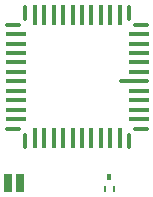
<source format=gbp>
%FSLAX25Y25*%
%MOIN*%
G70*
G01*
G75*
G04 Layer_Color=128*
%ADD10C,0.00800*%
%ADD11R,0.01969X0.01969*%
%ADD12R,0.01969X0.01969*%
%ADD13R,0.02756X0.05118*%
%ADD14R,0.09370X0.06496*%
%ADD15R,0.00984X0.02756*%
%ADD16R,0.01929X0.01181*%
%ADD17R,0.02047X0.01181*%
%ADD18R,0.06299X0.03543*%
%ADD19R,0.01102X0.01969*%
%ADD20R,0.12205X0.12205*%
%ADD21R,0.00984X0.02362*%
%ADD22R,0.02362X0.00984*%
%ADD23R,0.10709X0.05079*%
%ADD24R,0.05787X0.04449*%
%ADD25R,0.03000X0.03000*%
%ADD26R,0.04449X0.05787*%
%ADD27R,0.03000X0.03000*%
%ADD28R,0.04331X0.03543*%
%ADD29C,0.02000*%
%ADD30C,0.00600*%
%ADD31C,0.01200*%
%ADD32C,0.01000*%
%ADD33C,0.00500*%
%ADD34C,0.05118*%
%ADD35C,0.01400*%
%ADD36C,0.01969*%
%ADD37R,0.01063X0.02047*%
%ADD38R,0.01417X0.02047*%
%ADD39R,0.02953X0.05906*%
%ADD40O,0.01575X0.05299*%
%ADD41O,0.01575X0.06874*%
%ADD42O,0.05299X0.01575*%
%ADD43O,0.06874X0.01575*%
%ADD44O,0.10024X0.01575*%
%ADD45R,0.08000X0.06300*%
%ADD46C,0.00984*%
%ADD47C,0.00394*%
%ADD48C,0.00787*%
%ADD49R,0.00984X0.01969*%
%ADD50R,0.05118X0.02756*%
%ADD51R,0.05512X0.05512*%
%ADD52R,0.05512X0.05906*%
%ADD53R,0.02756X0.00000*%
%ADD54R,0.02169X0.02169*%
%ADD55R,0.02169X0.02169*%
%ADD56R,0.02956X0.05318*%
%ADD57R,0.10173X0.07299*%
%ADD58R,0.01787X0.03559*%
%ADD59R,0.02323X0.01575*%
%ADD60R,0.02441X0.01575*%
%ADD61R,0.06850X0.04095*%
%ADD62R,0.01654X0.02520*%
%ADD63R,0.12405X0.12405*%
%ADD64R,0.10909X0.05279*%
%ADD65R,0.05987X0.04649*%
%ADD66R,0.03200X0.03200*%
%ADD67R,0.04649X0.05987*%
%ADD68R,0.03200X0.03200*%
%ADD69R,0.04531X0.03743*%
%ADD70C,0.00200*%
%ADD71C,0.02169*%
%ADD72R,0.01000X0.04000*%
%ADD73R,0.01263X0.02247*%
%ADD74R,0.01617X0.02247*%
%ADD75O,0.01775X0.05499*%
%ADD76O,0.01775X0.07074*%
%ADD77O,0.05499X0.01775*%
%ADD78O,0.07074X0.01775*%
%ADD79O,0.10224X0.01775*%
D37*
X37775Y2171D02*
D03*
X34625D02*
D03*
D38*
X36200Y6029D02*
D03*
D39*
X2431Y3900D02*
D03*
X6368D02*
D03*
D40*
X42823Y18150D02*
D03*
X8177D02*
D03*
Y60850D02*
D03*
X42823D02*
D03*
D41*
X39673Y18937D02*
D03*
X36524D02*
D03*
X33374D02*
D03*
X30224D02*
D03*
X27075D02*
D03*
X23925D02*
D03*
X20776D02*
D03*
X17626D02*
D03*
X14476D02*
D03*
X11327D02*
D03*
Y60063D02*
D03*
X14476D02*
D03*
X17626D02*
D03*
X20776D02*
D03*
X23925D02*
D03*
X27075D02*
D03*
X30224D02*
D03*
X33374D02*
D03*
X36524D02*
D03*
X39673D02*
D03*
D42*
X4150Y22177D02*
D03*
Y56823D02*
D03*
X46850D02*
D03*
Y22177D02*
D03*
D43*
X4937Y25327D02*
D03*
Y28476D02*
D03*
Y31626D02*
D03*
Y34776D02*
D03*
Y37925D02*
D03*
Y41075D02*
D03*
Y44224D02*
D03*
Y47374D02*
D03*
Y50524D02*
D03*
Y53673D02*
D03*
X46063D02*
D03*
Y50524D02*
D03*
Y47374D02*
D03*
Y44224D02*
D03*
Y41075D02*
D03*
Y34776D02*
D03*
Y31626D02*
D03*
Y28476D02*
D03*
Y25327D02*
D03*
D44*
X44488Y37925D02*
D03*
M02*

</source>
